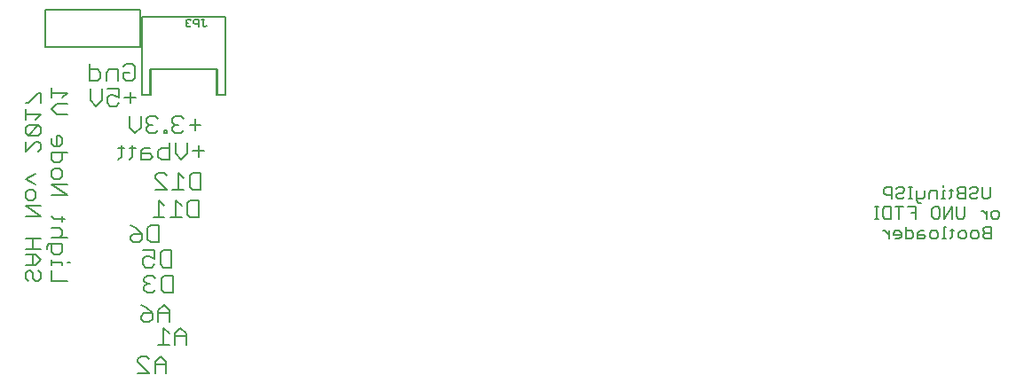
<source format=gbo>
G75*
%MOIN*%
%OFA0B0*%
%FSLAX25Y25*%
%IPPOS*%
%LPD*%
%AMOC8*
5,1,8,0,0,1.08239X$1,22.5*
%
%ADD10C,0.00600*%
%ADD11C,0.00800*%
%ADD12C,0.00500*%
D10*
X0086104Y0026314D02*
X0090374Y0026314D01*
X0086104Y0030585D01*
X0086104Y0031652D01*
X0087171Y0032720D01*
X0089307Y0032720D01*
X0090374Y0031652D01*
X0092549Y0030585D02*
X0094685Y0032720D01*
X0096820Y0030585D01*
X0096820Y0026314D01*
X0092549Y0026314D02*
X0092549Y0030585D01*
X0092549Y0029517D02*
X0096820Y0029517D01*
X0097855Y0036944D02*
X0093584Y0036944D01*
X0095719Y0036944D02*
X0095719Y0043350D01*
X0097855Y0041215D01*
X0100030Y0041215D02*
X0102165Y0043350D01*
X0104300Y0041215D01*
X0104300Y0036944D01*
X0104300Y0040147D02*
X0100030Y0040147D01*
X0100030Y0041215D02*
X0100030Y0036944D01*
X0098001Y0045606D02*
X0098001Y0049876D01*
X0095866Y0052011D01*
X0093730Y0049876D01*
X0093730Y0045606D01*
X0091555Y0046673D02*
X0090488Y0045606D01*
X0088353Y0045606D01*
X0087285Y0046673D01*
X0087285Y0047741D01*
X0088353Y0048808D01*
X0091555Y0048808D01*
X0091555Y0046673D01*
X0091555Y0048808D02*
X0089420Y0050944D01*
X0087285Y0052011D01*
X0093730Y0048808D02*
X0098001Y0048808D01*
X0099182Y0056629D02*
X0095979Y0056629D01*
X0094912Y0057697D01*
X0094912Y0061967D01*
X0095979Y0063035D01*
X0099182Y0063035D01*
X0099182Y0056629D01*
X0092736Y0057697D02*
X0091669Y0056629D01*
X0089534Y0056629D01*
X0088466Y0057697D01*
X0088466Y0058764D01*
X0089534Y0059832D01*
X0090601Y0059832D01*
X0089534Y0059832D02*
X0088466Y0060900D01*
X0088466Y0061967D01*
X0089534Y0063035D01*
X0091669Y0063035D01*
X0092736Y0061967D01*
X0091275Y0066078D02*
X0089140Y0066078D01*
X0088072Y0067146D01*
X0088072Y0069281D01*
X0089140Y0070348D01*
X0090208Y0070348D01*
X0092343Y0069281D01*
X0092343Y0072484D01*
X0088072Y0072484D01*
X0094518Y0071416D02*
X0095585Y0072484D01*
X0098788Y0072484D01*
X0098788Y0066078D01*
X0095585Y0066078D01*
X0094518Y0067146D01*
X0094518Y0071416D01*
X0092343Y0067146D02*
X0091275Y0066078D01*
X0090861Y0075527D02*
X0089793Y0076595D01*
X0089793Y0080865D01*
X0090861Y0081932D01*
X0094064Y0081932D01*
X0094064Y0075527D01*
X0090861Y0075527D01*
X0087618Y0076595D02*
X0087618Y0078730D01*
X0084416Y0078730D01*
X0083348Y0077662D01*
X0083348Y0076595D01*
X0084416Y0075527D01*
X0086551Y0075527D01*
X0087618Y0076595D01*
X0087618Y0078730D02*
X0085483Y0080865D01*
X0083348Y0081932D01*
X0091863Y0084976D02*
X0096133Y0084976D01*
X0093998Y0084976D02*
X0093998Y0091381D01*
X0096133Y0089246D01*
X0100444Y0091381D02*
X0100444Y0084976D01*
X0102579Y0084976D02*
X0098309Y0084976D01*
X0104754Y0086043D02*
X0105822Y0084976D01*
X0109024Y0084976D01*
X0109024Y0091381D01*
X0105822Y0091381D01*
X0104754Y0090314D01*
X0104754Y0086043D01*
X0102579Y0089246D02*
X0100444Y0091381D01*
X0101231Y0095212D02*
X0101231Y0101617D01*
X0103366Y0099482D01*
X0105541Y0100550D02*
X0106609Y0101617D01*
X0109812Y0101617D01*
X0109812Y0095212D01*
X0106609Y0095212D01*
X0105541Y0096280D01*
X0105541Y0100550D01*
X0096921Y0100550D02*
X0095853Y0101617D01*
X0093718Y0101617D01*
X0092651Y0100550D01*
X0092651Y0099482D01*
X0096921Y0095212D01*
X0092651Y0095212D01*
X0099096Y0095212D02*
X0103366Y0095212D01*
X0102412Y0106629D02*
X0100277Y0108764D01*
X0100277Y0113035D01*
X0098102Y0113035D02*
X0098102Y0106629D01*
X0094899Y0106629D01*
X0093832Y0107697D01*
X0093832Y0109832D01*
X0094899Y0110900D01*
X0098102Y0110900D01*
X0102412Y0106629D02*
X0104547Y0108764D01*
X0104547Y0113035D01*
X0108858Y0111967D02*
X0108858Y0107697D01*
X0110993Y0109832D02*
X0106723Y0109832D01*
X0091656Y0107697D02*
X0090589Y0108764D01*
X0087386Y0108764D01*
X0087386Y0109832D02*
X0087386Y0106629D01*
X0090589Y0106629D01*
X0091656Y0107697D01*
X0088454Y0110900D02*
X0087386Y0109832D01*
X0088454Y0110900D02*
X0090589Y0110900D01*
X0085211Y0110900D02*
X0083076Y0110900D01*
X0084143Y0111967D02*
X0084143Y0107697D01*
X0083076Y0106629D01*
X0079846Y0107697D02*
X0078779Y0106629D01*
X0079846Y0107697D02*
X0079846Y0111967D01*
X0078779Y0110900D02*
X0080914Y0110900D01*
X0085117Y0116472D02*
X0082982Y0118607D01*
X0082982Y0122877D01*
X0087253Y0122877D02*
X0087253Y0118607D01*
X0085117Y0116472D01*
X0089428Y0117539D02*
X0090495Y0116472D01*
X0092630Y0116472D01*
X0093698Y0117539D01*
X0095853Y0117539D02*
X0095853Y0116472D01*
X0096921Y0116472D01*
X0096921Y0117539D01*
X0095853Y0117539D01*
X0099096Y0117539D02*
X0100164Y0116472D01*
X0102299Y0116472D01*
X0103366Y0117539D01*
X0101231Y0119675D02*
X0100164Y0119675D01*
X0099096Y0118607D01*
X0099096Y0117539D01*
X0100164Y0119675D02*
X0099096Y0120742D01*
X0099096Y0121810D01*
X0100164Y0122877D01*
X0102299Y0122877D01*
X0103366Y0121810D01*
X0105541Y0119675D02*
X0109812Y0119675D01*
X0107677Y0121810D02*
X0107677Y0117539D01*
X0093698Y0121810D02*
X0092630Y0122877D01*
X0090495Y0122877D01*
X0089428Y0121810D01*
X0089428Y0120742D01*
X0090495Y0119675D01*
X0089428Y0118607D01*
X0089428Y0117539D01*
X0090495Y0119675D02*
X0091563Y0119675D01*
X0078957Y0127776D02*
X0077889Y0126708D01*
X0075754Y0126708D01*
X0074687Y0127776D01*
X0074687Y0129911D01*
X0075754Y0130978D01*
X0076822Y0130978D01*
X0078957Y0129911D01*
X0078957Y0133113D01*
X0074687Y0133113D01*
X0072511Y0133113D02*
X0072511Y0128843D01*
X0070376Y0126708D01*
X0068241Y0128843D01*
X0068241Y0133113D01*
X0067847Y0136157D02*
X0071050Y0136157D01*
X0072118Y0137224D01*
X0072118Y0139360D01*
X0071050Y0140427D01*
X0067847Y0140427D01*
X0067847Y0142562D02*
X0067847Y0136157D01*
X0074293Y0136157D02*
X0074293Y0139360D01*
X0075360Y0140427D01*
X0078563Y0140427D01*
X0078563Y0136157D01*
X0080738Y0137224D02*
X0080738Y0139360D01*
X0082874Y0139360D01*
X0085009Y0141495D02*
X0085009Y0137224D01*
X0083941Y0136157D01*
X0081806Y0136157D01*
X0080738Y0137224D01*
X0080738Y0141495D02*
X0081806Y0142562D01*
X0083941Y0142562D01*
X0085009Y0141495D01*
X0083267Y0132046D02*
X0083267Y0127776D01*
X0085402Y0129911D02*
X0081132Y0129911D01*
X0104650Y0156593D02*
X0105517Y0156593D01*
X0105951Y0157027D01*
X0105083Y0157895D02*
X0104650Y0157895D01*
X0104216Y0157461D01*
X0104216Y0157027D01*
X0104650Y0156593D01*
X0104650Y0157895D02*
X0104216Y0158328D01*
X0104216Y0158762D01*
X0104650Y0159196D01*
X0105517Y0159196D01*
X0105951Y0158762D01*
X0107162Y0158762D02*
X0107162Y0157895D01*
X0107596Y0157461D01*
X0108897Y0157461D01*
X0108897Y0156593D02*
X0108897Y0159196D01*
X0107596Y0159196D01*
X0107162Y0158762D01*
X0110109Y0159196D02*
X0110976Y0159196D01*
X0110543Y0159196D02*
X0110543Y0157027D01*
X0110976Y0156593D01*
X0111410Y0156593D01*
X0111844Y0157027D01*
X0362933Y0088757D02*
X0364401Y0088757D01*
X0363667Y0088757D02*
X0363667Y0084353D01*
X0364401Y0084353D02*
X0362933Y0084353D01*
X0366069Y0085087D02*
X0366069Y0088023D01*
X0366803Y0088757D01*
X0369005Y0088757D01*
X0369005Y0084353D01*
X0366803Y0084353D01*
X0366069Y0085087D01*
X0370673Y0088757D02*
X0373609Y0088757D01*
X0372141Y0088757D02*
X0372141Y0084353D01*
X0376745Y0086555D02*
X0378213Y0086555D01*
X0378213Y0088757D02*
X0375277Y0088757D01*
X0378213Y0088757D02*
X0378213Y0084353D01*
X0374510Y0081257D02*
X0374510Y0076853D01*
X0376712Y0076853D01*
X0377446Y0077587D01*
X0377446Y0079055D01*
X0376712Y0079789D01*
X0374510Y0079789D01*
X0372842Y0079055D02*
X0372108Y0079789D01*
X0370640Y0079789D01*
X0369906Y0079055D01*
X0369906Y0078321D01*
X0372842Y0078321D01*
X0372842Y0077587D02*
X0372842Y0079055D01*
X0372842Y0077587D02*
X0372108Y0076853D01*
X0370640Y0076853D01*
X0368238Y0076853D02*
X0368238Y0079789D01*
X0368238Y0078321D02*
X0366770Y0079789D01*
X0366036Y0079789D01*
X0379114Y0079055D02*
X0379114Y0076853D01*
X0381316Y0076853D01*
X0382049Y0077587D01*
X0381316Y0078321D01*
X0379114Y0078321D01*
X0379114Y0079055D02*
X0379848Y0079789D01*
X0381316Y0079789D01*
X0383718Y0079055D02*
X0384452Y0079789D01*
X0385919Y0079789D01*
X0386653Y0079055D01*
X0386653Y0077587D01*
X0385919Y0076853D01*
X0384452Y0076853D01*
X0383718Y0077587D01*
X0383718Y0079055D01*
X0388255Y0076853D02*
X0389723Y0076853D01*
X0388989Y0076853D02*
X0388989Y0081257D01*
X0389723Y0081257D01*
X0391324Y0079789D02*
X0392792Y0079789D01*
X0392058Y0080523D02*
X0392058Y0077587D01*
X0391324Y0076853D01*
X0394460Y0077587D02*
X0394460Y0079055D01*
X0395194Y0079789D01*
X0396662Y0079789D01*
X0397396Y0079055D01*
X0397396Y0077587D01*
X0396662Y0076853D01*
X0395194Y0076853D01*
X0394460Y0077587D01*
X0399064Y0077587D02*
X0399798Y0076853D01*
X0401266Y0076853D01*
X0402000Y0077587D01*
X0402000Y0079055D01*
X0401266Y0079789D01*
X0399798Y0079789D01*
X0399064Y0079055D01*
X0399064Y0077587D01*
X0403668Y0077587D02*
X0404402Y0076853D01*
X0406604Y0076853D01*
X0406604Y0081257D01*
X0404402Y0081257D01*
X0403668Y0080523D01*
X0403668Y0079789D01*
X0404402Y0079055D01*
X0406604Y0079055D01*
X0404402Y0079055D02*
X0403668Y0078321D01*
X0403668Y0077587D01*
X0405069Y0084353D02*
X0405069Y0087289D01*
X0405069Y0085821D02*
X0403601Y0087289D01*
X0402867Y0087289D01*
X0406737Y0086555D02*
X0407471Y0087289D01*
X0408939Y0087289D01*
X0409673Y0086555D01*
X0409673Y0085087D01*
X0408939Y0084353D01*
X0407471Y0084353D01*
X0406737Y0085087D01*
X0406737Y0086555D01*
X0396629Y0085087D02*
X0395895Y0084353D01*
X0394427Y0084353D01*
X0393693Y0085087D01*
X0393693Y0088757D01*
X0392025Y0088757D02*
X0389089Y0084353D01*
X0389089Y0088757D01*
X0387421Y0088023D02*
X0387421Y0085087D01*
X0386687Y0084353D01*
X0385219Y0084353D01*
X0384485Y0085087D01*
X0384485Y0088023D01*
X0385219Y0088757D01*
X0386687Y0088757D01*
X0387421Y0088023D01*
X0380198Y0090385D02*
X0379464Y0090385D01*
X0378730Y0091119D01*
X0378730Y0094789D01*
X0377062Y0096257D02*
X0375594Y0096257D01*
X0376328Y0096257D02*
X0376328Y0091853D01*
X0377062Y0091853D02*
X0375594Y0091853D01*
X0373993Y0092587D02*
X0373259Y0091853D01*
X0371791Y0091853D01*
X0371057Y0092587D01*
X0371057Y0093321D01*
X0371791Y0094055D01*
X0373259Y0094055D01*
X0373993Y0094789D01*
X0373993Y0095523D01*
X0373259Y0096257D01*
X0371791Y0096257D01*
X0371057Y0095523D01*
X0369389Y0096257D02*
X0367187Y0096257D01*
X0366453Y0095523D01*
X0366453Y0094055D01*
X0367187Y0093321D01*
X0369389Y0093321D01*
X0369389Y0091853D02*
X0369389Y0096257D01*
X0378730Y0091853D02*
X0380932Y0091853D01*
X0381666Y0092587D01*
X0381666Y0094789D01*
X0383334Y0094055D02*
X0383334Y0091853D01*
X0386270Y0091853D02*
X0386270Y0094789D01*
X0384068Y0094789D01*
X0383334Y0094055D01*
X0387871Y0091853D02*
X0389339Y0091853D01*
X0388605Y0091853D02*
X0388605Y0094789D01*
X0389339Y0094789D01*
X0390940Y0094789D02*
X0392408Y0094789D01*
X0391674Y0095523D02*
X0391674Y0092587D01*
X0390940Y0091853D01*
X0394076Y0092587D02*
X0394810Y0091853D01*
X0397012Y0091853D01*
X0397012Y0096257D01*
X0394810Y0096257D01*
X0394076Y0095523D01*
X0394076Y0094789D01*
X0394810Y0094055D01*
X0397012Y0094055D01*
X0398680Y0093321D02*
X0399414Y0094055D01*
X0400882Y0094055D01*
X0401616Y0094789D01*
X0401616Y0095523D01*
X0400882Y0096257D01*
X0399414Y0096257D01*
X0398680Y0095523D01*
X0398680Y0093321D02*
X0398680Y0092587D01*
X0399414Y0091853D01*
X0400882Y0091853D01*
X0401616Y0092587D01*
X0403284Y0092587D02*
X0403284Y0096257D01*
X0406220Y0096257D02*
X0406220Y0092587D01*
X0405486Y0091853D01*
X0404018Y0091853D01*
X0403284Y0092587D01*
X0394810Y0094055D02*
X0394076Y0093321D01*
X0394076Y0092587D01*
X0388605Y0096257D02*
X0388605Y0096991D01*
X0392025Y0088757D02*
X0392025Y0084353D01*
X0396629Y0085087D02*
X0396629Y0088757D01*
D11*
X0119142Y0130827D02*
X0119142Y0146575D01*
X0115992Y0140669D02*
X0115992Y0130827D01*
X0119142Y0130827D01*
X0115795Y0130827D01*
X0115795Y0140669D01*
X0110283Y0140669D01*
X0115992Y0140669D02*
X0090795Y0140669D01*
X0090795Y0130827D01*
X0087646Y0130827D01*
X0090992Y0130827D01*
X0090992Y0140669D01*
X0096504Y0140669D01*
X0087646Y0146575D02*
X0087646Y0130827D01*
X0087646Y0160354D01*
X0119142Y0160354D01*
X0119142Y0130827D01*
X0059605Y0131722D02*
X0053800Y0131722D01*
X0053800Y0129787D02*
X0053800Y0133657D01*
X0049705Y0131632D02*
X0048737Y0131632D01*
X0044867Y0127762D01*
X0043900Y0127762D01*
X0043900Y0125555D02*
X0043900Y0121685D01*
X0043900Y0123620D02*
X0049705Y0123620D01*
X0047770Y0121685D01*
X0048737Y0119477D02*
X0044867Y0119477D01*
X0043900Y0118510D01*
X0043900Y0116575D01*
X0044867Y0115607D01*
X0048737Y0119477D01*
X0049705Y0118510D01*
X0049705Y0116575D01*
X0048737Y0115607D01*
X0044867Y0115607D01*
X0043900Y0113400D02*
X0043900Y0109530D01*
X0047770Y0113400D01*
X0048737Y0113400D01*
X0049705Y0112433D01*
X0049705Y0110498D01*
X0048737Y0109530D01*
X0053800Y0109349D02*
X0053800Y0106446D01*
X0054767Y0105479D01*
X0056702Y0105479D01*
X0057670Y0106446D01*
X0057670Y0109349D01*
X0059605Y0109349D02*
X0053800Y0109349D01*
X0054767Y0111556D02*
X0056702Y0111556D01*
X0057670Y0112523D01*
X0057670Y0114458D01*
X0056702Y0115426D01*
X0055735Y0115426D01*
X0055735Y0111556D01*
X0054767Y0111556D02*
X0053800Y0112523D01*
X0053800Y0114458D01*
X0055735Y0123710D02*
X0053800Y0125645D01*
X0055735Y0127580D01*
X0059605Y0127580D01*
X0057670Y0129787D02*
X0059605Y0131722D01*
X0049705Y0131632D02*
X0049705Y0127762D01*
X0055735Y0123710D02*
X0059605Y0123710D01*
X0056702Y0103271D02*
X0057670Y0102304D01*
X0057670Y0100369D01*
X0056702Y0099402D01*
X0054767Y0099402D01*
X0053800Y0100369D01*
X0053800Y0102304D01*
X0054767Y0103271D01*
X0056702Y0103271D01*
X0047770Y0101246D02*
X0043900Y0099311D01*
X0047770Y0097376D01*
X0046802Y0095169D02*
X0044867Y0095169D01*
X0043900Y0094201D01*
X0043900Y0092266D01*
X0044867Y0091299D01*
X0046802Y0091299D01*
X0047770Y0092266D01*
X0047770Y0094201D01*
X0046802Y0095169D01*
X0053800Y0093324D02*
X0059605Y0093324D01*
X0053800Y0097194D01*
X0059605Y0097194D01*
X0049705Y0089091D02*
X0043900Y0089091D01*
X0049705Y0085221D01*
X0043900Y0085221D01*
X0053800Y0085131D02*
X0054767Y0084163D01*
X0058637Y0084163D01*
X0057670Y0083196D02*
X0057670Y0085131D01*
X0056702Y0080988D02*
X0053800Y0080988D01*
X0056702Y0080988D02*
X0057670Y0080021D01*
X0057670Y0078086D01*
X0056702Y0077119D01*
X0057670Y0074911D02*
X0052833Y0074911D01*
X0051865Y0073944D01*
X0051865Y0072976D01*
X0049705Y0073067D02*
X0043900Y0073067D01*
X0043900Y0070860D02*
X0047770Y0070860D01*
X0049705Y0068925D01*
X0047770Y0066990D01*
X0043900Y0066990D01*
X0044867Y0064783D02*
X0043900Y0063815D01*
X0043900Y0061880D01*
X0044867Y0060913D01*
X0046802Y0061880D02*
X0046802Y0063815D01*
X0045835Y0064783D01*
X0044867Y0064783D01*
X0046802Y0066990D02*
X0046802Y0070860D01*
X0046802Y0073067D02*
X0046802Y0076937D01*
X0043900Y0076937D02*
X0049705Y0076937D01*
X0053800Y0077119D02*
X0059605Y0077119D01*
X0057670Y0074911D02*
X0057670Y0072009D01*
X0056702Y0071041D01*
X0054767Y0071041D01*
X0053800Y0072009D01*
X0053800Y0074911D01*
X0053800Y0068925D02*
X0053800Y0066990D01*
X0053800Y0067957D02*
X0057670Y0067957D01*
X0057670Y0066990D01*
X0059605Y0067957D02*
X0060572Y0067957D01*
X0053800Y0064783D02*
X0053800Y0060913D01*
X0059605Y0060913D01*
X0049705Y0061880D02*
X0049705Y0063815D01*
X0048737Y0064783D01*
X0049705Y0061880D02*
X0048737Y0060913D01*
X0047770Y0060913D01*
X0046802Y0061880D01*
X0094535Y0160354D02*
X0112252Y0160354D01*
D12*
X0086867Y0162936D02*
X0051467Y0162936D01*
X0051467Y0148936D01*
X0086867Y0148936D01*
X0086867Y0162936D01*
M02*

</source>
